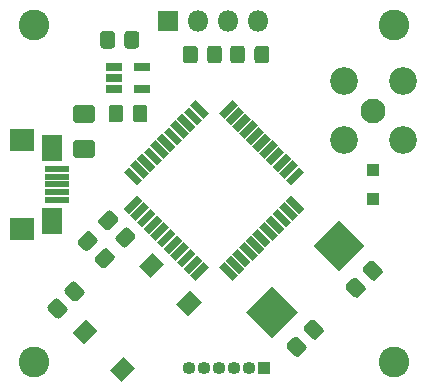
<source format=gbr>
%TF.GenerationSoftware,KiCad,Pcbnew,(5.1.6)-1*%
%TF.CreationDate,2020-09-15T00:55:32-05:00*%
%TF.ProjectId,nrg-control-box,6e72672d-636f-46e7-9472-6f6c2d626f78,B*%
%TF.SameCoordinates,Original*%
%TF.FileFunction,Soldermask,Top*%
%TF.FilePolarity,Negative*%
%FSLAX46Y46*%
G04 Gerber Fmt 4.6, Leading zero omitted, Abs format (unit mm)*
G04 Created by KiCad (PCBNEW (5.1.6)-1) date 2020-09-15 00:55:32*
%MOMM*%
%LPD*%
G01*
G04 APERTURE LIST*
%ADD10C,2.600000*%
%ADD11C,2.100000*%
%ADD12C,2.350000*%
%ADD13R,1.100000X1.100000*%
%ADD14O,1.100000X1.100000*%
%ADD15R,2.100000X0.500000*%
%ADD16R,1.700000X2.200000*%
%ADD17R,2.000000X1.900000*%
%ADD18C,0.100000*%
%ADD19R,1.470000X0.690000*%
%ADD20R,1.800000X1.800000*%
%ADD21O,1.800000X1.800000*%
G04 APERTURE END LIST*
D10*
%TO.C,REF\u002A\u002A*%
X158000000Y-122500000D03*
%TD*%
%TO.C,REF\u002A\u002A*%
X158000000Y-94000000D03*
%TD*%
%TO.C,REF\u002A\u002A*%
X127500000Y-94000000D03*
%TD*%
%TO.C,REF\u002A\u002A*%
X127500000Y-122500000D03*
%TD*%
%TO.C,C5*%
G36*
G01*
X133825000Y-101978262D02*
X133825000Y-101021738D01*
G75*
G02*
X134096738Y-100750000I271738J0D01*
G01*
X134803262Y-100750000D01*
G75*
G02*
X135075000Y-101021738I0J-271738D01*
G01*
X135075000Y-101978262D01*
G75*
G02*
X134803262Y-102250000I-271738J0D01*
G01*
X134096738Y-102250000D01*
G75*
G02*
X133825000Y-101978262I0J271738D01*
G01*
G37*
G36*
G01*
X135875000Y-101978262D02*
X135875000Y-101021738D01*
G75*
G02*
X136146738Y-100750000I271738J0D01*
G01*
X136853262Y-100750000D01*
G75*
G02*
X137125000Y-101021738I0J-271738D01*
G01*
X137125000Y-101978262D01*
G75*
G02*
X136853262Y-102250000I-271738J0D01*
G01*
X136146738Y-102250000D01*
G75*
G02*
X135875000Y-101978262I0J271738D01*
G01*
G37*
%TD*%
%TO.C,C6*%
G36*
G01*
X154646241Y-117030124D02*
X153969876Y-116353760D01*
G75*
G02*
X153969876Y-115969464I192148J192148D01*
G01*
X154469464Y-115469876D01*
G75*
G02*
X154853760Y-115469876I192148J-192148D01*
G01*
X155530124Y-116146240D01*
G75*
G02*
X155530124Y-116530536I-192148J-192148D01*
G01*
X155030536Y-117030124D01*
G75*
G02*
X154646240Y-117030124I-192148J192148D01*
G01*
G37*
G36*
G01*
X156095809Y-115580556D02*
X155419444Y-114904192D01*
G75*
G02*
X155419444Y-114519896I192148J192148D01*
G01*
X155919032Y-114020308D01*
G75*
G02*
X156303328Y-114020308I192148J-192148D01*
G01*
X156979692Y-114696672D01*
G75*
G02*
X156979692Y-115080968I-192148J-192148D01*
G01*
X156480104Y-115580556D01*
G75*
G02*
X156095808Y-115580556I-192148J192148D01*
G01*
G37*
%TD*%
%TO.C,C7*%
G36*
G01*
X151095809Y-120580556D02*
X150419444Y-119904192D01*
G75*
G02*
X150419444Y-119519896I192148J192148D01*
G01*
X150919032Y-119020308D01*
G75*
G02*
X151303328Y-119020308I192148J-192148D01*
G01*
X151979692Y-119696672D01*
G75*
G02*
X151979692Y-120080968I-192148J-192148D01*
G01*
X151480104Y-120580556D01*
G75*
G02*
X151095808Y-120580556I-192148J192148D01*
G01*
G37*
G36*
G01*
X149646241Y-122030124D02*
X148969876Y-121353760D01*
G75*
G02*
X148969876Y-120969464I192148J192148D01*
G01*
X149469464Y-120469876D01*
G75*
G02*
X149853760Y-120469876I192148J-192148D01*
G01*
X150530124Y-121146240D01*
G75*
G02*
X150530124Y-121530536I-192148J-192148D01*
G01*
X150030536Y-122030124D01*
G75*
G02*
X149646240Y-122030124I-192148J192148D01*
G01*
G37*
%TD*%
%TO.C,C8*%
G36*
G01*
X134375000Y-94771738D02*
X134375000Y-95728262D01*
G75*
G02*
X134103262Y-96000000I-271738J0D01*
G01*
X133396738Y-96000000D01*
G75*
G02*
X133125000Y-95728262I0J271738D01*
G01*
X133125000Y-94771738D01*
G75*
G02*
X133396738Y-94500000I271738J0D01*
G01*
X134103262Y-94500000D01*
G75*
G02*
X134375000Y-94771738I0J-271738D01*
G01*
G37*
G36*
G01*
X136425000Y-94771738D02*
X136425000Y-95728262D01*
G75*
G02*
X136153262Y-96000000I-271738J0D01*
G01*
X135446738Y-96000000D01*
G75*
G02*
X135175000Y-95728262I0J271738D01*
G01*
X135175000Y-94771738D01*
G75*
G02*
X135446738Y-94500000I271738J0D01*
G01*
X136153262Y-94500000D01*
G75*
G02*
X136425000Y-94771738I0J-271738D01*
G01*
G37*
%TD*%
%TO.C,F1*%
G36*
G01*
X131092544Y-100762500D02*
X132407456Y-100762500D01*
G75*
G02*
X132675000Y-101030044I0J-267544D01*
G01*
X132675000Y-102019956D01*
G75*
G02*
X132407456Y-102287500I-267544J0D01*
G01*
X131092544Y-102287500D01*
G75*
G02*
X130825000Y-102019956I0J267544D01*
G01*
X130825000Y-101030044D01*
G75*
G02*
X131092544Y-100762500I267544J0D01*
G01*
G37*
G36*
G01*
X131092544Y-103737500D02*
X132407456Y-103737500D01*
G75*
G02*
X132675000Y-104005044I0J-267544D01*
G01*
X132675000Y-104994956D01*
G75*
G02*
X132407456Y-105262500I-267544J0D01*
G01*
X131092544Y-105262500D01*
G75*
G02*
X130825000Y-104994956I0J267544D01*
G01*
X130825000Y-104005044D01*
G75*
G02*
X131092544Y-103737500I267544J0D01*
G01*
G37*
%TD*%
D11*
%TO.C,J2*%
X156250000Y-101250000D03*
D12*
X158775000Y-98725000D03*
X153725000Y-98725000D03*
X153725000Y-103775000D03*
X158775000Y-103775000D03*
%TD*%
D13*
%TO.C,J3*%
X147000000Y-123000000D03*
D14*
X145730000Y-123000000D03*
X144460000Y-123000000D03*
X143190000Y-123000000D03*
X141920000Y-123000000D03*
X140650000Y-123000000D03*
%TD*%
D15*
%TO.C,J4*%
X129500000Y-107500000D03*
X129500000Y-108150000D03*
X129500000Y-108800000D03*
X129500000Y-106200000D03*
X129500000Y-106850000D03*
D16*
X129050000Y-110600000D03*
X129050000Y-104400000D03*
D17*
X126500000Y-103700000D03*
X126500000Y-111300000D03*
%TD*%
%TO.C,R1*%
G36*
G01*
X145375000Y-96021738D02*
X145375000Y-96978262D01*
G75*
G02*
X145103262Y-97250000I-271738J0D01*
G01*
X144396738Y-97250000D01*
G75*
G02*
X144125000Y-96978262I0J271738D01*
G01*
X144125000Y-96021738D01*
G75*
G02*
X144396738Y-95750000I271738J0D01*
G01*
X145103262Y-95750000D01*
G75*
G02*
X145375000Y-96021738I0J-271738D01*
G01*
G37*
G36*
G01*
X147425000Y-96021738D02*
X147425000Y-96978262D01*
G75*
G02*
X147153262Y-97250000I-271738J0D01*
G01*
X146446738Y-97250000D01*
G75*
G02*
X146175000Y-96978262I0J271738D01*
G01*
X146175000Y-96021738D01*
G75*
G02*
X146446738Y-95750000I271738J0D01*
G01*
X147153262Y-95750000D01*
G75*
G02*
X147425000Y-96021738I0J-271738D01*
G01*
G37*
%TD*%
%TO.C,R2*%
G36*
G01*
X142175000Y-96978262D02*
X142175000Y-96021738D01*
G75*
G02*
X142446738Y-95750000I271738J0D01*
G01*
X143153262Y-95750000D01*
G75*
G02*
X143425000Y-96021738I0J-271738D01*
G01*
X143425000Y-96978262D01*
G75*
G02*
X143153262Y-97250000I-271738J0D01*
G01*
X142446738Y-97250000D01*
G75*
G02*
X142175000Y-96978262I0J271738D01*
G01*
G37*
G36*
G01*
X140125000Y-96978262D02*
X140125000Y-96021738D01*
G75*
G02*
X140396738Y-95750000I271738J0D01*
G01*
X141103262Y-95750000D01*
G75*
G02*
X141375000Y-96021738I0J-271738D01*
G01*
X141375000Y-96978262D01*
G75*
G02*
X141103262Y-97250000I-271738J0D01*
G01*
X140396738Y-97250000D01*
G75*
G02*
X140125000Y-96978262I0J271738D01*
G01*
G37*
%TD*%
%TO.C,R6*%
G36*
G01*
X130845809Y-117330556D02*
X130169444Y-116654192D01*
G75*
G02*
X130169444Y-116269896I192148J192148D01*
G01*
X130669032Y-115770308D01*
G75*
G02*
X131053328Y-115770308I192148J-192148D01*
G01*
X131729692Y-116446672D01*
G75*
G02*
X131729692Y-116830968I-192148J-192148D01*
G01*
X131230104Y-117330556D01*
G75*
G02*
X130845808Y-117330556I-192148J192148D01*
G01*
G37*
G36*
G01*
X129396241Y-118780124D02*
X128719876Y-118103760D01*
G75*
G02*
X128719876Y-117719464I192148J192148D01*
G01*
X129219464Y-117219876D01*
G75*
G02*
X129603760Y-117219876I192148J-192148D01*
G01*
X130280124Y-117896240D01*
G75*
G02*
X130280124Y-118280536I-192148J-192148D01*
G01*
X129780536Y-118780124D01*
G75*
G02*
X129396240Y-118780124I-192148J192148D01*
G01*
G37*
%TD*%
%TO.C,R7*%
G36*
G01*
X134280124Y-113853759D02*
X133603760Y-114530124D01*
G75*
G02*
X133219464Y-114530124I-192148J192148D01*
G01*
X132719876Y-114030536D01*
G75*
G02*
X132719876Y-113646240I192148J192148D01*
G01*
X133396240Y-112969876D01*
G75*
G02*
X133780536Y-112969876I192148J-192148D01*
G01*
X134280124Y-113469464D01*
G75*
G02*
X134280124Y-113853760I-192148J-192148D01*
G01*
G37*
G36*
G01*
X132830556Y-112404191D02*
X132154192Y-113080556D01*
G75*
G02*
X131769896Y-113080556I-192148J192148D01*
G01*
X131270308Y-112580968D01*
G75*
G02*
X131270308Y-112196672I192148J192148D01*
G01*
X131946672Y-111520308D01*
G75*
G02*
X132330968Y-111520308I192148J-192148D01*
G01*
X132830556Y-112019896D01*
G75*
G02*
X132830556Y-112404192I-192148J-192148D01*
G01*
G37*
%TD*%
%TO.C,R8*%
G36*
G01*
X133020308Y-110446673D02*
X133696672Y-109770308D01*
G75*
G02*
X134080968Y-109770308I192148J-192148D01*
G01*
X134580556Y-110269896D01*
G75*
G02*
X134580556Y-110654192I-192148J-192148D01*
G01*
X133904192Y-111330556D01*
G75*
G02*
X133519896Y-111330556I-192148J192148D01*
G01*
X133020308Y-110830968D01*
G75*
G02*
X133020308Y-110446672I192148J192148D01*
G01*
G37*
G36*
G01*
X134469876Y-111896241D02*
X135146240Y-111219876D01*
G75*
G02*
X135530536Y-111219876I192148J-192148D01*
G01*
X136030124Y-111719464D01*
G75*
G02*
X136030124Y-112103760I-192148J-192148D01*
G01*
X135353760Y-112780124D01*
G75*
G02*
X134969464Y-112780124I-192148J192148D01*
G01*
X134469876Y-112280536D01*
G75*
G02*
X134469876Y-111896240I192148J192148D01*
G01*
G37*
%TD*%
D18*
%TO.C,SW1*%
G36*
X137561683Y-113266387D02*
G01*
X138551633Y-114256337D01*
X137384907Y-115423063D01*
X136394957Y-114433113D01*
X137561683Y-113266387D01*
G37*
G36*
X140743663Y-116448367D02*
G01*
X141733613Y-117438317D01*
X140566887Y-118605043D01*
X139576937Y-117615093D01*
X140743663Y-116448367D01*
G37*
G36*
X135115093Y-122076937D02*
G01*
X136105043Y-123066887D01*
X134938317Y-124233613D01*
X133948367Y-123243663D01*
X135115093Y-122076937D01*
G37*
G36*
X131933113Y-118894957D02*
G01*
X132923063Y-119884907D01*
X131756337Y-121051633D01*
X130766387Y-120061683D01*
X131933113Y-118894957D01*
G37*
%TD*%
%TO.C,U3*%
G36*
X135555188Y-109997577D02*
G01*
X135095569Y-109537958D01*
X136226940Y-108406587D01*
X136686559Y-108866206D01*
X135555188Y-109997577D01*
G37*
G36*
X136120874Y-110563262D02*
G01*
X135661255Y-110103643D01*
X136792626Y-108972272D01*
X137252245Y-109431891D01*
X136120874Y-110563262D01*
G37*
G36*
X136686559Y-111128947D02*
G01*
X136226940Y-110669328D01*
X137358311Y-109537957D01*
X137817930Y-109997576D01*
X136686559Y-111128947D01*
G37*
G36*
X137252244Y-111694633D02*
G01*
X136792625Y-111235014D01*
X137923996Y-110103643D01*
X138383615Y-110563262D01*
X137252244Y-111694633D01*
G37*
G36*
X137817930Y-112260318D02*
G01*
X137358311Y-111800699D01*
X138489682Y-110669328D01*
X138949301Y-111128947D01*
X137817930Y-112260318D01*
G37*
G36*
X138383615Y-112826004D02*
G01*
X137923996Y-112366385D01*
X139055367Y-111235014D01*
X139514986Y-111694633D01*
X138383615Y-112826004D01*
G37*
G36*
X138949301Y-113391689D02*
G01*
X138489682Y-112932070D01*
X139621053Y-111800699D01*
X140080672Y-112260318D01*
X138949301Y-113391689D01*
G37*
G36*
X139514986Y-113957375D02*
G01*
X139055367Y-113497756D01*
X140186738Y-112366385D01*
X140646357Y-112826004D01*
X139514986Y-113957375D01*
G37*
G36*
X140080672Y-114523060D02*
G01*
X139621053Y-114063441D01*
X140752424Y-112932070D01*
X141212043Y-113391689D01*
X140080672Y-114523060D01*
G37*
G36*
X140646357Y-115088745D02*
G01*
X140186738Y-114629126D01*
X141318109Y-113497755D01*
X141777728Y-113957374D01*
X140646357Y-115088745D01*
G37*
G36*
X141212042Y-115654431D02*
G01*
X140752423Y-115194812D01*
X141883794Y-114063441D01*
X142343413Y-114523060D01*
X141212042Y-115654431D01*
G37*
G36*
X144747577Y-115194812D02*
G01*
X144287958Y-115654431D01*
X143156587Y-114523060D01*
X143616206Y-114063441D01*
X144747577Y-115194812D01*
G37*
G36*
X145313262Y-114629126D02*
G01*
X144853643Y-115088745D01*
X143722272Y-113957374D01*
X144181891Y-113497755D01*
X145313262Y-114629126D01*
G37*
G36*
X145878947Y-114063441D02*
G01*
X145419328Y-114523060D01*
X144287957Y-113391689D01*
X144747576Y-112932070D01*
X145878947Y-114063441D01*
G37*
G36*
X146444633Y-113497756D02*
G01*
X145985014Y-113957375D01*
X144853643Y-112826004D01*
X145313262Y-112366385D01*
X146444633Y-113497756D01*
G37*
G36*
X147010318Y-112932070D02*
G01*
X146550699Y-113391689D01*
X145419328Y-112260318D01*
X145878947Y-111800699D01*
X147010318Y-112932070D01*
G37*
G36*
X147576004Y-112366385D02*
G01*
X147116385Y-112826004D01*
X145985014Y-111694633D01*
X146444633Y-111235014D01*
X147576004Y-112366385D01*
G37*
G36*
X148141689Y-111800699D02*
G01*
X147682070Y-112260318D01*
X146550699Y-111128947D01*
X147010318Y-110669328D01*
X148141689Y-111800699D01*
G37*
G36*
X148707375Y-111235014D02*
G01*
X148247756Y-111694633D01*
X147116385Y-110563262D01*
X147576004Y-110103643D01*
X148707375Y-111235014D01*
G37*
G36*
X149273060Y-110669328D02*
G01*
X148813441Y-111128947D01*
X147682070Y-109997576D01*
X148141689Y-109537957D01*
X149273060Y-110669328D01*
G37*
G36*
X149838745Y-110103643D02*
G01*
X149379126Y-110563262D01*
X148247755Y-109431891D01*
X148707374Y-108972272D01*
X149838745Y-110103643D01*
G37*
G36*
X150404431Y-109537958D02*
G01*
X149944812Y-109997577D01*
X148813441Y-108866206D01*
X149273060Y-108406587D01*
X150404431Y-109537958D01*
G37*
G36*
X149273060Y-107593413D02*
G01*
X148813441Y-107133794D01*
X149944812Y-106002423D01*
X150404431Y-106462042D01*
X149273060Y-107593413D01*
G37*
G36*
X148707374Y-107027728D02*
G01*
X148247755Y-106568109D01*
X149379126Y-105436738D01*
X149838745Y-105896357D01*
X148707374Y-107027728D01*
G37*
G36*
X148141689Y-106462043D02*
G01*
X147682070Y-106002424D01*
X148813441Y-104871053D01*
X149273060Y-105330672D01*
X148141689Y-106462043D01*
G37*
G36*
X147576004Y-105896357D02*
G01*
X147116385Y-105436738D01*
X148247756Y-104305367D01*
X148707375Y-104764986D01*
X147576004Y-105896357D01*
G37*
G36*
X147010318Y-105330672D02*
G01*
X146550699Y-104871053D01*
X147682070Y-103739682D01*
X148141689Y-104199301D01*
X147010318Y-105330672D01*
G37*
G36*
X146444633Y-104764986D02*
G01*
X145985014Y-104305367D01*
X147116385Y-103173996D01*
X147576004Y-103633615D01*
X146444633Y-104764986D01*
G37*
G36*
X145878947Y-104199301D02*
G01*
X145419328Y-103739682D01*
X146550699Y-102608311D01*
X147010318Y-103067930D01*
X145878947Y-104199301D01*
G37*
G36*
X145313262Y-103633615D02*
G01*
X144853643Y-103173996D01*
X145985014Y-102042625D01*
X146444633Y-102502244D01*
X145313262Y-103633615D01*
G37*
G36*
X144747576Y-103067930D02*
G01*
X144287957Y-102608311D01*
X145419328Y-101476940D01*
X145878947Y-101936559D01*
X144747576Y-103067930D01*
G37*
G36*
X144181891Y-102502245D02*
G01*
X143722272Y-102042626D01*
X144853643Y-100911255D01*
X145313262Y-101370874D01*
X144181891Y-102502245D01*
G37*
G36*
X143616206Y-101936559D02*
G01*
X143156587Y-101476940D01*
X144287958Y-100345569D01*
X144747577Y-100805188D01*
X143616206Y-101936559D01*
G37*
G36*
X142343413Y-101476940D02*
G01*
X141883794Y-101936559D01*
X140752423Y-100805188D01*
X141212042Y-100345569D01*
X142343413Y-101476940D01*
G37*
G36*
X141777728Y-102042626D02*
G01*
X141318109Y-102502245D01*
X140186738Y-101370874D01*
X140646357Y-100911255D01*
X141777728Y-102042626D01*
G37*
G36*
X141212043Y-102608311D02*
G01*
X140752424Y-103067930D01*
X139621053Y-101936559D01*
X140080672Y-101476940D01*
X141212043Y-102608311D01*
G37*
G36*
X140646357Y-103173996D02*
G01*
X140186738Y-103633615D01*
X139055367Y-102502244D01*
X139514986Y-102042625D01*
X140646357Y-103173996D01*
G37*
G36*
X140080672Y-103739682D02*
G01*
X139621053Y-104199301D01*
X138489682Y-103067930D01*
X138949301Y-102608311D01*
X140080672Y-103739682D01*
G37*
G36*
X139514986Y-104305367D02*
G01*
X139055367Y-104764986D01*
X137923996Y-103633615D01*
X138383615Y-103173996D01*
X139514986Y-104305367D01*
G37*
G36*
X138949301Y-104871053D02*
G01*
X138489682Y-105330672D01*
X137358311Y-104199301D01*
X137817930Y-103739682D01*
X138949301Y-104871053D01*
G37*
G36*
X138383615Y-105436738D02*
G01*
X137923996Y-105896357D01*
X136792625Y-104764986D01*
X137252244Y-104305367D01*
X138383615Y-105436738D01*
G37*
G36*
X137817930Y-106002424D02*
G01*
X137358311Y-106462043D01*
X136226940Y-105330672D01*
X136686559Y-104871053D01*
X137817930Y-106002424D01*
G37*
G36*
X137252245Y-106568109D02*
G01*
X136792626Y-107027728D01*
X135661255Y-105896357D01*
X136120874Y-105436738D01*
X137252245Y-106568109D01*
G37*
G36*
X136686559Y-107133794D02*
G01*
X136226940Y-107593413D01*
X135095569Y-106462042D01*
X135555188Y-106002423D01*
X136686559Y-107133794D01*
G37*
%TD*%
D19*
%TO.C,U4*%
X134325000Y-97550000D03*
X134325000Y-98500000D03*
X134325000Y-99450000D03*
X136675000Y-99450000D03*
X136675000Y-97550000D03*
%TD*%
D18*
%TO.C,Y1*%
G36*
X153328427Y-110479542D02*
G01*
X155520458Y-112671573D01*
X153328427Y-114863604D01*
X151136396Y-112671573D01*
X153328427Y-110479542D01*
G37*
G36*
X147671573Y-116136396D02*
G01*
X149863604Y-118328427D01*
X147671573Y-120520458D01*
X145479542Y-118328427D01*
X147671573Y-116136396D01*
G37*
%TD*%
D20*
%TO.C,J1*%
X138900000Y-93700000D03*
D21*
X141440000Y-93700000D03*
X143980000Y-93700000D03*
X146520000Y-93700000D03*
%TD*%
D13*
%TO.C,D1*%
X156250000Y-106250000D03*
X156250000Y-108750000D03*
%TD*%
M02*

</source>
